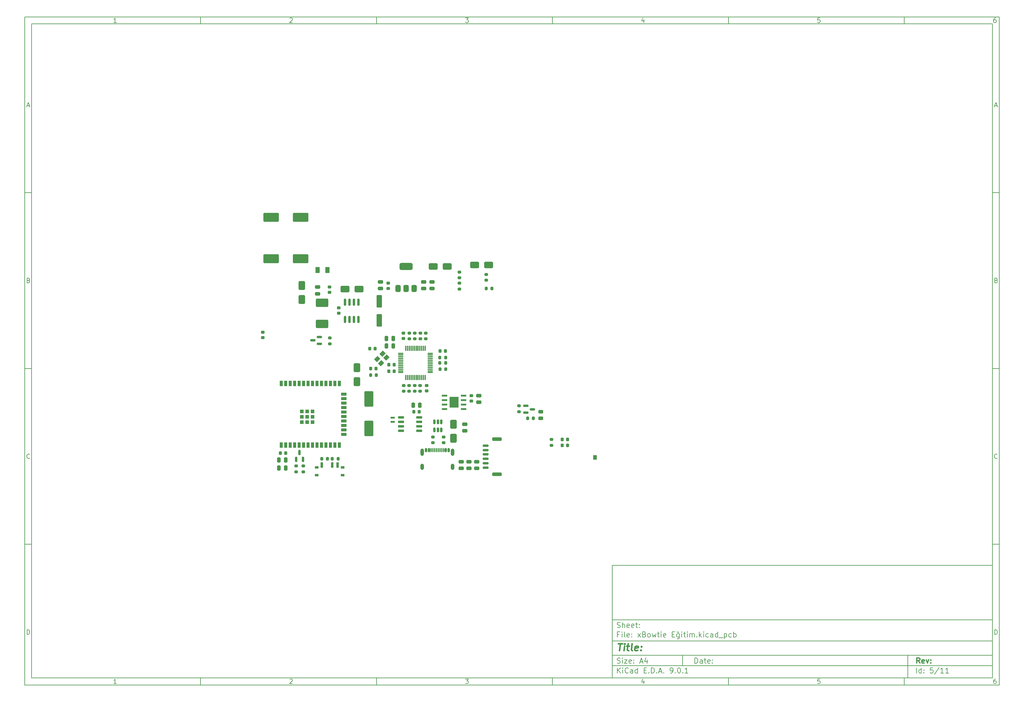
<source format=gtp>
%TF.GenerationSoftware,KiCad,Pcbnew,9.0.1*%
%TF.CreationDate,2025-04-08T16:08:48+03:00*%
%TF.ProjectId,xBowtie E_itim,78426f77-7469-4652-9045-1f6974696d2e,rev?*%
%TF.SameCoordinates,Original*%
%TF.FileFunction,Paste,Top*%
%TF.FilePolarity,Positive*%
%FSLAX46Y46*%
G04 Gerber Fmt 4.6, Leading zero omitted, Abs format (unit mm)*
G04 Created by KiCad (PCBNEW 9.0.1) date 2025-04-08 16:08:48*
%MOMM*%
%LPD*%
G01*
G04 APERTURE LIST*
G04 Aperture macros list*
%AMRoundRect*
0 Rectangle with rounded corners*
0 $1 Rounding radius*
0 $2 $3 $4 $5 $6 $7 $8 $9 X,Y pos of 4 corners*
0 Add a 4 corners polygon primitive as box body*
4,1,4,$2,$3,$4,$5,$6,$7,$8,$9,$2,$3,0*
0 Add four circle primitives for the rounded corners*
1,1,$1+$1,$2,$3*
1,1,$1+$1,$4,$5*
1,1,$1+$1,$6,$7*
1,1,$1+$1,$8,$9*
0 Add four rect primitives between the rounded corners*
20,1,$1+$1,$2,$3,$4,$5,0*
20,1,$1+$1,$4,$5,$6,$7,0*
20,1,$1+$1,$6,$7,$8,$9,0*
20,1,$1+$1,$8,$9,$2,$3,0*%
%AMRotRect*
0 Rectangle, with rotation*
0 The origin of the aperture is its center*
0 $1 length*
0 $2 width*
0 $3 Rotation angle, in degrees counterclockwise*
0 Add horizontal line*
21,1,$1,$2,0,0,$3*%
G04 Aperture macros list end*
%ADD10C,0.100000*%
%ADD11C,0.150000*%
%ADD12C,0.300000*%
%ADD13C,0.400000*%
%ADD14RoundRect,0.250000X-1.000000X1.950000X-1.000000X-1.950000X1.000000X-1.950000X1.000000X1.950000X0*%
%ADD15RoundRect,0.225000X0.225000X0.250000X-0.225000X0.250000X-0.225000X-0.250000X0.225000X-0.250000X0*%
%ADD16RoundRect,0.200000X0.200000X0.275000X-0.200000X0.275000X-0.200000X-0.275000X0.200000X-0.275000X0*%
%ADD17RoundRect,0.250000X0.550000X-1.500000X0.550000X1.500000X-0.550000X1.500000X-0.550000X-1.500000X0*%
%ADD18RoundRect,0.200000X-0.275000X0.200000X-0.275000X-0.200000X0.275000X-0.200000X0.275000X0.200000X0*%
%ADD19RoundRect,0.250000X0.250000X0.475000X-0.250000X0.475000X-0.250000X-0.475000X0.250000X-0.475000X0*%
%ADD20RoundRect,0.200000X0.275000X-0.200000X0.275000X0.200000X-0.275000X0.200000X-0.275000X-0.200000X0*%
%ADD21RoundRect,0.150000X0.700000X-0.150000X0.700000X0.150000X-0.700000X0.150000X-0.700000X-0.150000X0*%
%ADD22RoundRect,0.250000X1.100000X-0.250000X1.100000X0.250000X-1.100000X0.250000X-1.100000X-0.250000X0*%
%ADD23RoundRect,0.250000X-0.475000X0.250000X-0.475000X-0.250000X0.475000X-0.250000X0.475000X0.250000X0*%
%ADD24RoundRect,0.250000X0.375000X0.625000X-0.375000X0.625000X-0.375000X-0.625000X0.375000X-0.625000X0*%
%ADD25RoundRect,0.250000X0.475000X-0.250000X0.475000X0.250000X-0.475000X0.250000X-0.475000X-0.250000X0*%
%ADD26RoundRect,0.225000X-0.225000X-0.250000X0.225000X-0.250000X0.225000X0.250000X-0.225000X0.250000X0*%
%ADD27RoundRect,0.150000X-0.725000X-0.150000X0.725000X-0.150000X0.725000X0.150000X-0.725000X0.150000X0*%
%ADD28RoundRect,0.250000X1.000000X0.650000X-1.000000X0.650000X-1.000000X-0.650000X1.000000X-0.650000X0*%
%ADD29RoundRect,0.375000X0.375000X-0.625000X0.375000X0.625000X-0.375000X0.625000X-0.375000X-0.625000X0*%
%ADD30RoundRect,0.500000X1.400000X-0.500000X1.400000X0.500000X-1.400000X0.500000X-1.400000X-0.500000X0*%
%ADD31R,2.600000X3.100000*%
%ADD32R,1.550000X0.600000*%
%ADD33RoundRect,0.243750X-0.456250X0.243750X-0.456250X-0.243750X0.456250X-0.243750X0.456250X0.243750X0*%
%ADD34RoundRect,0.250000X-0.650000X1.000000X-0.650000X-1.000000X0.650000X-1.000000X0.650000X1.000000X0*%
%ADD35RoundRect,0.150000X0.587500X0.150000X-0.587500X0.150000X-0.587500X-0.150000X0.587500X-0.150000X0*%
%ADD36RoundRect,0.150000X0.150000X-0.587500X0.150000X0.587500X-0.150000X0.587500X-0.150000X-0.587500X0*%
%ADD37R,1.000000X0.800000*%
%ADD38R,0.700000X1.500000*%
%ADD39RoundRect,0.150000X-0.587500X-0.150000X0.587500X-0.150000X0.587500X0.150000X-0.587500X0.150000X0*%
%ADD40RoundRect,0.225000X-0.250000X0.225000X-0.250000X-0.225000X0.250000X-0.225000X0.250000X0.225000X0*%
%ADD41RoundRect,0.250000X-1.000000X-0.650000X1.000000X-0.650000X1.000000X0.650000X-1.000000X0.650000X0*%
%ADD42R,1.200000X0.600000*%
%ADD43RoundRect,0.075000X-0.662500X-0.075000X0.662500X-0.075000X0.662500X0.075000X-0.662500X0.075000X0*%
%ADD44RoundRect,0.075000X-0.075000X-0.662500X0.075000X-0.662500X0.075000X0.662500X-0.075000X0.662500X0*%
%ADD45RoundRect,0.225000X0.250000X-0.225000X0.250000X0.225000X-0.250000X0.225000X-0.250000X-0.225000X0*%
%ADD46RoundRect,0.150000X0.150000X-0.825000X0.150000X0.825000X-0.150000X0.825000X-0.150000X-0.825000X0*%
%ADD47RoundRect,0.200000X-0.200000X-0.275000X0.200000X-0.275000X0.200000X0.275000X-0.200000X0.275000X0*%
%ADD48RoundRect,0.250000X-1.500000X0.925000X-1.500000X-0.925000X1.500000X-0.925000X1.500000X0.925000X0*%
%ADD49RoundRect,0.250000X0.650000X-1.000000X0.650000X1.000000X-0.650000X1.000000X-0.650000X-1.000000X0*%
%ADD50RoundRect,0.150000X-0.150000X0.512500X-0.150000X-0.512500X0.150000X-0.512500X0.150000X0.512500X0*%
%ADD51R,0.900000X1.500000*%
%ADD52R,1.500000X0.900000*%
%ADD53R,1.050000X1.050000*%
%ADD54RoundRect,0.250000X1.950000X1.000000X-1.950000X1.000000X-1.950000X-1.000000X1.950000X-1.000000X0*%
%ADD55RoundRect,0.150000X-0.150000X-0.425000X0.150000X-0.425000X0.150000X0.425000X-0.150000X0.425000X0*%
%ADD56RoundRect,0.075000X-0.075000X-0.500000X0.075000X-0.500000X0.075000X0.500000X-0.075000X0.500000X0*%
%ADD57O,1.000000X2.100000*%
%ADD58O,1.000000X1.800000*%
%ADD59RotRect,1.400000X1.150000X45.000000*%
G04 APERTURE END LIST*
D10*
D11*
X177002200Y-166007200D02*
X285002200Y-166007200D01*
X285002200Y-198007200D01*
X177002200Y-198007200D01*
X177002200Y-166007200D01*
D10*
D11*
X10000000Y-10000000D02*
X287002200Y-10000000D01*
X287002200Y-200007200D01*
X10000000Y-200007200D01*
X10000000Y-10000000D01*
D10*
D11*
X12000000Y-12000000D02*
X285002200Y-12000000D01*
X285002200Y-198007200D01*
X12000000Y-198007200D01*
X12000000Y-12000000D01*
D10*
D11*
X60000000Y-12000000D02*
X60000000Y-10000000D01*
D10*
D11*
X110000000Y-12000000D02*
X110000000Y-10000000D01*
D10*
D11*
X160000000Y-12000000D02*
X160000000Y-10000000D01*
D10*
D11*
X210000000Y-12000000D02*
X210000000Y-10000000D01*
D10*
D11*
X260000000Y-12000000D02*
X260000000Y-10000000D01*
D10*
D11*
X36089160Y-11593604D02*
X35346303Y-11593604D01*
X35717731Y-11593604D02*
X35717731Y-10293604D01*
X35717731Y-10293604D02*
X35593922Y-10479319D01*
X35593922Y-10479319D02*
X35470112Y-10603128D01*
X35470112Y-10603128D02*
X35346303Y-10665033D01*
D10*
D11*
X85346303Y-10417414D02*
X85408207Y-10355509D01*
X85408207Y-10355509D02*
X85532017Y-10293604D01*
X85532017Y-10293604D02*
X85841541Y-10293604D01*
X85841541Y-10293604D02*
X85965350Y-10355509D01*
X85965350Y-10355509D02*
X86027255Y-10417414D01*
X86027255Y-10417414D02*
X86089160Y-10541223D01*
X86089160Y-10541223D02*
X86089160Y-10665033D01*
X86089160Y-10665033D02*
X86027255Y-10850747D01*
X86027255Y-10850747D02*
X85284398Y-11593604D01*
X85284398Y-11593604D02*
X86089160Y-11593604D01*
D10*
D11*
X135284398Y-10293604D02*
X136089160Y-10293604D01*
X136089160Y-10293604D02*
X135655826Y-10788842D01*
X135655826Y-10788842D02*
X135841541Y-10788842D01*
X135841541Y-10788842D02*
X135965350Y-10850747D01*
X135965350Y-10850747D02*
X136027255Y-10912652D01*
X136027255Y-10912652D02*
X136089160Y-11036461D01*
X136089160Y-11036461D02*
X136089160Y-11345985D01*
X136089160Y-11345985D02*
X136027255Y-11469795D01*
X136027255Y-11469795D02*
X135965350Y-11531700D01*
X135965350Y-11531700D02*
X135841541Y-11593604D01*
X135841541Y-11593604D02*
X135470112Y-11593604D01*
X135470112Y-11593604D02*
X135346303Y-11531700D01*
X135346303Y-11531700D02*
X135284398Y-11469795D01*
D10*
D11*
X185965350Y-10726938D02*
X185965350Y-11593604D01*
X185655826Y-10231700D02*
X185346303Y-11160271D01*
X185346303Y-11160271D02*
X186151064Y-11160271D01*
D10*
D11*
X236027255Y-10293604D02*
X235408207Y-10293604D01*
X235408207Y-10293604D02*
X235346303Y-10912652D01*
X235346303Y-10912652D02*
X235408207Y-10850747D01*
X235408207Y-10850747D02*
X235532017Y-10788842D01*
X235532017Y-10788842D02*
X235841541Y-10788842D01*
X235841541Y-10788842D02*
X235965350Y-10850747D01*
X235965350Y-10850747D02*
X236027255Y-10912652D01*
X236027255Y-10912652D02*
X236089160Y-11036461D01*
X236089160Y-11036461D02*
X236089160Y-11345985D01*
X236089160Y-11345985D02*
X236027255Y-11469795D01*
X236027255Y-11469795D02*
X235965350Y-11531700D01*
X235965350Y-11531700D02*
X235841541Y-11593604D01*
X235841541Y-11593604D02*
X235532017Y-11593604D01*
X235532017Y-11593604D02*
X235408207Y-11531700D01*
X235408207Y-11531700D02*
X235346303Y-11469795D01*
D10*
D11*
X285965350Y-10293604D02*
X285717731Y-10293604D01*
X285717731Y-10293604D02*
X285593922Y-10355509D01*
X285593922Y-10355509D02*
X285532017Y-10417414D01*
X285532017Y-10417414D02*
X285408207Y-10603128D01*
X285408207Y-10603128D02*
X285346303Y-10850747D01*
X285346303Y-10850747D02*
X285346303Y-11345985D01*
X285346303Y-11345985D02*
X285408207Y-11469795D01*
X285408207Y-11469795D02*
X285470112Y-11531700D01*
X285470112Y-11531700D02*
X285593922Y-11593604D01*
X285593922Y-11593604D02*
X285841541Y-11593604D01*
X285841541Y-11593604D02*
X285965350Y-11531700D01*
X285965350Y-11531700D02*
X286027255Y-11469795D01*
X286027255Y-11469795D02*
X286089160Y-11345985D01*
X286089160Y-11345985D02*
X286089160Y-11036461D01*
X286089160Y-11036461D02*
X286027255Y-10912652D01*
X286027255Y-10912652D02*
X285965350Y-10850747D01*
X285965350Y-10850747D02*
X285841541Y-10788842D01*
X285841541Y-10788842D02*
X285593922Y-10788842D01*
X285593922Y-10788842D02*
X285470112Y-10850747D01*
X285470112Y-10850747D02*
X285408207Y-10912652D01*
X285408207Y-10912652D02*
X285346303Y-11036461D01*
D10*
D11*
X60000000Y-198007200D02*
X60000000Y-200007200D01*
D10*
D11*
X110000000Y-198007200D02*
X110000000Y-200007200D01*
D10*
D11*
X160000000Y-198007200D02*
X160000000Y-200007200D01*
D10*
D11*
X210000000Y-198007200D02*
X210000000Y-200007200D01*
D10*
D11*
X260000000Y-198007200D02*
X260000000Y-200007200D01*
D10*
D11*
X36089160Y-199600804D02*
X35346303Y-199600804D01*
X35717731Y-199600804D02*
X35717731Y-198300804D01*
X35717731Y-198300804D02*
X35593922Y-198486519D01*
X35593922Y-198486519D02*
X35470112Y-198610328D01*
X35470112Y-198610328D02*
X35346303Y-198672233D01*
D10*
D11*
X85346303Y-198424614D02*
X85408207Y-198362709D01*
X85408207Y-198362709D02*
X85532017Y-198300804D01*
X85532017Y-198300804D02*
X85841541Y-198300804D01*
X85841541Y-198300804D02*
X85965350Y-198362709D01*
X85965350Y-198362709D02*
X86027255Y-198424614D01*
X86027255Y-198424614D02*
X86089160Y-198548423D01*
X86089160Y-198548423D02*
X86089160Y-198672233D01*
X86089160Y-198672233D02*
X86027255Y-198857947D01*
X86027255Y-198857947D02*
X85284398Y-199600804D01*
X85284398Y-199600804D02*
X86089160Y-199600804D01*
D10*
D11*
X135284398Y-198300804D02*
X136089160Y-198300804D01*
X136089160Y-198300804D02*
X135655826Y-198796042D01*
X135655826Y-198796042D02*
X135841541Y-198796042D01*
X135841541Y-198796042D02*
X135965350Y-198857947D01*
X135965350Y-198857947D02*
X136027255Y-198919852D01*
X136027255Y-198919852D02*
X136089160Y-199043661D01*
X136089160Y-199043661D02*
X136089160Y-199353185D01*
X136089160Y-199353185D02*
X136027255Y-199476995D01*
X136027255Y-199476995D02*
X135965350Y-199538900D01*
X135965350Y-199538900D02*
X135841541Y-199600804D01*
X135841541Y-199600804D02*
X135470112Y-199600804D01*
X135470112Y-199600804D02*
X135346303Y-199538900D01*
X135346303Y-199538900D02*
X135284398Y-199476995D01*
D10*
D11*
X185965350Y-198734138D02*
X185965350Y-199600804D01*
X185655826Y-198238900D02*
X185346303Y-199167471D01*
X185346303Y-199167471D02*
X186151064Y-199167471D01*
D10*
D11*
X236027255Y-198300804D02*
X235408207Y-198300804D01*
X235408207Y-198300804D02*
X235346303Y-198919852D01*
X235346303Y-198919852D02*
X235408207Y-198857947D01*
X235408207Y-198857947D02*
X235532017Y-198796042D01*
X235532017Y-198796042D02*
X235841541Y-198796042D01*
X235841541Y-198796042D02*
X235965350Y-198857947D01*
X235965350Y-198857947D02*
X236027255Y-198919852D01*
X236027255Y-198919852D02*
X236089160Y-199043661D01*
X236089160Y-199043661D02*
X236089160Y-199353185D01*
X236089160Y-199353185D02*
X236027255Y-199476995D01*
X236027255Y-199476995D02*
X235965350Y-199538900D01*
X235965350Y-199538900D02*
X235841541Y-199600804D01*
X235841541Y-199600804D02*
X235532017Y-199600804D01*
X235532017Y-199600804D02*
X235408207Y-199538900D01*
X235408207Y-199538900D02*
X235346303Y-199476995D01*
D10*
D11*
X285965350Y-198300804D02*
X285717731Y-198300804D01*
X285717731Y-198300804D02*
X285593922Y-198362709D01*
X285593922Y-198362709D02*
X285532017Y-198424614D01*
X285532017Y-198424614D02*
X285408207Y-198610328D01*
X285408207Y-198610328D02*
X285346303Y-198857947D01*
X285346303Y-198857947D02*
X285346303Y-199353185D01*
X285346303Y-199353185D02*
X285408207Y-199476995D01*
X285408207Y-199476995D02*
X285470112Y-199538900D01*
X285470112Y-199538900D02*
X285593922Y-199600804D01*
X285593922Y-199600804D02*
X285841541Y-199600804D01*
X285841541Y-199600804D02*
X285965350Y-199538900D01*
X285965350Y-199538900D02*
X286027255Y-199476995D01*
X286027255Y-199476995D02*
X286089160Y-199353185D01*
X286089160Y-199353185D02*
X286089160Y-199043661D01*
X286089160Y-199043661D02*
X286027255Y-198919852D01*
X286027255Y-198919852D02*
X285965350Y-198857947D01*
X285965350Y-198857947D02*
X285841541Y-198796042D01*
X285841541Y-198796042D02*
X285593922Y-198796042D01*
X285593922Y-198796042D02*
X285470112Y-198857947D01*
X285470112Y-198857947D02*
X285408207Y-198919852D01*
X285408207Y-198919852D02*
X285346303Y-199043661D01*
D10*
D11*
X10000000Y-60000000D02*
X12000000Y-60000000D01*
D10*
D11*
X10000000Y-110000000D02*
X12000000Y-110000000D01*
D10*
D11*
X10000000Y-160000000D02*
X12000000Y-160000000D01*
D10*
D11*
X10690476Y-35222176D02*
X11309523Y-35222176D01*
X10566666Y-35593604D02*
X10999999Y-34293604D01*
X10999999Y-34293604D02*
X11433333Y-35593604D01*
D10*
D11*
X11092857Y-84912652D02*
X11278571Y-84974557D01*
X11278571Y-84974557D02*
X11340476Y-85036461D01*
X11340476Y-85036461D02*
X11402380Y-85160271D01*
X11402380Y-85160271D02*
X11402380Y-85345985D01*
X11402380Y-85345985D02*
X11340476Y-85469795D01*
X11340476Y-85469795D02*
X11278571Y-85531700D01*
X11278571Y-85531700D02*
X11154761Y-85593604D01*
X11154761Y-85593604D02*
X10659523Y-85593604D01*
X10659523Y-85593604D02*
X10659523Y-84293604D01*
X10659523Y-84293604D02*
X11092857Y-84293604D01*
X11092857Y-84293604D02*
X11216666Y-84355509D01*
X11216666Y-84355509D02*
X11278571Y-84417414D01*
X11278571Y-84417414D02*
X11340476Y-84541223D01*
X11340476Y-84541223D02*
X11340476Y-84665033D01*
X11340476Y-84665033D02*
X11278571Y-84788842D01*
X11278571Y-84788842D02*
X11216666Y-84850747D01*
X11216666Y-84850747D02*
X11092857Y-84912652D01*
X11092857Y-84912652D02*
X10659523Y-84912652D01*
D10*
D11*
X11402380Y-135469795D02*
X11340476Y-135531700D01*
X11340476Y-135531700D02*
X11154761Y-135593604D01*
X11154761Y-135593604D02*
X11030952Y-135593604D01*
X11030952Y-135593604D02*
X10845238Y-135531700D01*
X10845238Y-135531700D02*
X10721428Y-135407890D01*
X10721428Y-135407890D02*
X10659523Y-135284080D01*
X10659523Y-135284080D02*
X10597619Y-135036461D01*
X10597619Y-135036461D02*
X10597619Y-134850747D01*
X10597619Y-134850747D02*
X10659523Y-134603128D01*
X10659523Y-134603128D02*
X10721428Y-134479319D01*
X10721428Y-134479319D02*
X10845238Y-134355509D01*
X10845238Y-134355509D02*
X11030952Y-134293604D01*
X11030952Y-134293604D02*
X11154761Y-134293604D01*
X11154761Y-134293604D02*
X11340476Y-134355509D01*
X11340476Y-134355509D02*
X11402380Y-134417414D01*
D10*
D11*
X10659523Y-185593604D02*
X10659523Y-184293604D01*
X10659523Y-184293604D02*
X10969047Y-184293604D01*
X10969047Y-184293604D02*
X11154761Y-184355509D01*
X11154761Y-184355509D02*
X11278571Y-184479319D01*
X11278571Y-184479319D02*
X11340476Y-184603128D01*
X11340476Y-184603128D02*
X11402380Y-184850747D01*
X11402380Y-184850747D02*
X11402380Y-185036461D01*
X11402380Y-185036461D02*
X11340476Y-185284080D01*
X11340476Y-185284080D02*
X11278571Y-185407890D01*
X11278571Y-185407890D02*
X11154761Y-185531700D01*
X11154761Y-185531700D02*
X10969047Y-185593604D01*
X10969047Y-185593604D02*
X10659523Y-185593604D01*
D10*
D11*
X287002200Y-60000000D02*
X285002200Y-60000000D01*
D10*
D11*
X287002200Y-110000000D02*
X285002200Y-110000000D01*
D10*
D11*
X287002200Y-160000000D02*
X285002200Y-160000000D01*
D10*
D11*
X285692676Y-35222176D02*
X286311723Y-35222176D01*
X285568866Y-35593604D02*
X286002199Y-34293604D01*
X286002199Y-34293604D02*
X286435533Y-35593604D01*
D10*
D11*
X286095057Y-84912652D02*
X286280771Y-84974557D01*
X286280771Y-84974557D02*
X286342676Y-85036461D01*
X286342676Y-85036461D02*
X286404580Y-85160271D01*
X286404580Y-85160271D02*
X286404580Y-85345985D01*
X286404580Y-85345985D02*
X286342676Y-85469795D01*
X286342676Y-85469795D02*
X286280771Y-85531700D01*
X286280771Y-85531700D02*
X286156961Y-85593604D01*
X286156961Y-85593604D02*
X285661723Y-85593604D01*
X285661723Y-85593604D02*
X285661723Y-84293604D01*
X285661723Y-84293604D02*
X286095057Y-84293604D01*
X286095057Y-84293604D02*
X286218866Y-84355509D01*
X286218866Y-84355509D02*
X286280771Y-84417414D01*
X286280771Y-84417414D02*
X286342676Y-84541223D01*
X286342676Y-84541223D02*
X286342676Y-84665033D01*
X286342676Y-84665033D02*
X286280771Y-84788842D01*
X286280771Y-84788842D02*
X286218866Y-84850747D01*
X286218866Y-84850747D02*
X286095057Y-84912652D01*
X286095057Y-84912652D02*
X285661723Y-84912652D01*
D10*
D11*
X286404580Y-135469795D02*
X286342676Y-135531700D01*
X286342676Y-135531700D02*
X286156961Y-135593604D01*
X286156961Y-135593604D02*
X286033152Y-135593604D01*
X286033152Y-135593604D02*
X285847438Y-135531700D01*
X285847438Y-135531700D02*
X285723628Y-135407890D01*
X285723628Y-135407890D02*
X285661723Y-135284080D01*
X285661723Y-135284080D02*
X285599819Y-135036461D01*
X285599819Y-135036461D02*
X285599819Y-134850747D01*
X285599819Y-134850747D02*
X285661723Y-134603128D01*
X285661723Y-134603128D02*
X285723628Y-134479319D01*
X285723628Y-134479319D02*
X285847438Y-134355509D01*
X285847438Y-134355509D02*
X286033152Y-134293604D01*
X286033152Y-134293604D02*
X286156961Y-134293604D01*
X286156961Y-134293604D02*
X286342676Y-134355509D01*
X286342676Y-134355509D02*
X286404580Y-134417414D01*
D10*
D11*
X285661723Y-185593604D02*
X285661723Y-184293604D01*
X285661723Y-184293604D02*
X285971247Y-184293604D01*
X285971247Y-184293604D02*
X286156961Y-184355509D01*
X286156961Y-184355509D02*
X286280771Y-184479319D01*
X286280771Y-184479319D02*
X286342676Y-184603128D01*
X286342676Y-184603128D02*
X286404580Y-184850747D01*
X286404580Y-184850747D02*
X286404580Y-185036461D01*
X286404580Y-185036461D02*
X286342676Y-185284080D01*
X286342676Y-185284080D02*
X286280771Y-185407890D01*
X286280771Y-185407890D02*
X286156961Y-185531700D01*
X286156961Y-185531700D02*
X285971247Y-185593604D01*
X285971247Y-185593604D02*
X285661723Y-185593604D01*
D10*
D11*
X200458026Y-193793328D02*
X200458026Y-192293328D01*
X200458026Y-192293328D02*
X200815169Y-192293328D01*
X200815169Y-192293328D02*
X201029455Y-192364757D01*
X201029455Y-192364757D02*
X201172312Y-192507614D01*
X201172312Y-192507614D02*
X201243741Y-192650471D01*
X201243741Y-192650471D02*
X201315169Y-192936185D01*
X201315169Y-192936185D02*
X201315169Y-193150471D01*
X201315169Y-193150471D02*
X201243741Y-193436185D01*
X201243741Y-193436185D02*
X201172312Y-193579042D01*
X201172312Y-193579042D02*
X201029455Y-193721900D01*
X201029455Y-193721900D02*
X200815169Y-193793328D01*
X200815169Y-193793328D02*
X200458026Y-193793328D01*
X202600884Y-193793328D02*
X202600884Y-193007614D01*
X202600884Y-193007614D02*
X202529455Y-192864757D01*
X202529455Y-192864757D02*
X202386598Y-192793328D01*
X202386598Y-192793328D02*
X202100884Y-192793328D01*
X202100884Y-192793328D02*
X201958026Y-192864757D01*
X202600884Y-193721900D02*
X202458026Y-193793328D01*
X202458026Y-193793328D02*
X202100884Y-193793328D01*
X202100884Y-193793328D02*
X201958026Y-193721900D01*
X201958026Y-193721900D02*
X201886598Y-193579042D01*
X201886598Y-193579042D02*
X201886598Y-193436185D01*
X201886598Y-193436185D02*
X201958026Y-193293328D01*
X201958026Y-193293328D02*
X202100884Y-193221900D01*
X202100884Y-193221900D02*
X202458026Y-193221900D01*
X202458026Y-193221900D02*
X202600884Y-193150471D01*
X203100884Y-192793328D02*
X203672312Y-192793328D01*
X203315169Y-192293328D02*
X203315169Y-193579042D01*
X203315169Y-193579042D02*
X203386598Y-193721900D01*
X203386598Y-193721900D02*
X203529455Y-193793328D01*
X203529455Y-193793328D02*
X203672312Y-193793328D01*
X204743741Y-193721900D02*
X204600884Y-193793328D01*
X204600884Y-193793328D02*
X204315170Y-193793328D01*
X204315170Y-193793328D02*
X204172312Y-193721900D01*
X204172312Y-193721900D02*
X204100884Y-193579042D01*
X204100884Y-193579042D02*
X204100884Y-193007614D01*
X204100884Y-193007614D02*
X204172312Y-192864757D01*
X204172312Y-192864757D02*
X204315170Y-192793328D01*
X204315170Y-192793328D02*
X204600884Y-192793328D01*
X204600884Y-192793328D02*
X204743741Y-192864757D01*
X204743741Y-192864757D02*
X204815170Y-193007614D01*
X204815170Y-193007614D02*
X204815170Y-193150471D01*
X204815170Y-193150471D02*
X204100884Y-193293328D01*
X205458026Y-193650471D02*
X205529455Y-193721900D01*
X205529455Y-193721900D02*
X205458026Y-193793328D01*
X205458026Y-193793328D02*
X205386598Y-193721900D01*
X205386598Y-193721900D02*
X205458026Y-193650471D01*
X205458026Y-193650471D02*
X205458026Y-193793328D01*
X205458026Y-192864757D02*
X205529455Y-192936185D01*
X205529455Y-192936185D02*
X205458026Y-193007614D01*
X205458026Y-193007614D02*
X205386598Y-192936185D01*
X205386598Y-192936185D02*
X205458026Y-192864757D01*
X205458026Y-192864757D02*
X205458026Y-193007614D01*
D10*
D11*
X177002200Y-194507200D02*
X285002200Y-194507200D01*
D10*
D11*
X178458026Y-196593328D02*
X178458026Y-195093328D01*
X179315169Y-196593328D02*
X178672312Y-195736185D01*
X179315169Y-195093328D02*
X178458026Y-195950471D01*
X179958026Y-196593328D02*
X179958026Y-195593328D01*
X179958026Y-195093328D02*
X179886598Y-195164757D01*
X179886598Y-195164757D02*
X179958026Y-195236185D01*
X179958026Y-195236185D02*
X180029455Y-195164757D01*
X180029455Y-195164757D02*
X179958026Y-195093328D01*
X179958026Y-195093328D02*
X179958026Y-195236185D01*
X181529455Y-196450471D02*
X181458027Y-196521900D01*
X181458027Y-196521900D02*
X181243741Y-196593328D01*
X181243741Y-196593328D02*
X181100884Y-196593328D01*
X181100884Y-196593328D02*
X180886598Y-196521900D01*
X180886598Y-196521900D02*
X180743741Y-196379042D01*
X180743741Y-196379042D02*
X180672312Y-196236185D01*
X180672312Y-196236185D02*
X180600884Y-195950471D01*
X180600884Y-195950471D02*
X180600884Y-195736185D01*
X180600884Y-195736185D02*
X180672312Y-195450471D01*
X180672312Y-195450471D02*
X180743741Y-195307614D01*
X180743741Y-195307614D02*
X180886598Y-195164757D01*
X180886598Y-195164757D02*
X181100884Y-195093328D01*
X181100884Y-195093328D02*
X181243741Y-195093328D01*
X181243741Y-195093328D02*
X181458027Y-195164757D01*
X181458027Y-195164757D02*
X181529455Y-195236185D01*
X182815170Y-196593328D02*
X182815170Y-195807614D01*
X182815170Y-195807614D02*
X182743741Y-195664757D01*
X182743741Y-195664757D02*
X182600884Y-195593328D01*
X182600884Y-195593328D02*
X182315170Y-195593328D01*
X182315170Y-195593328D02*
X182172312Y-195664757D01*
X182815170Y-196521900D02*
X182672312Y-196593328D01*
X182672312Y-196593328D02*
X182315170Y-196593328D01*
X182315170Y-196593328D02*
X182172312Y-196521900D01*
X182172312Y-196521900D02*
X182100884Y-196379042D01*
X182100884Y-196379042D02*
X182100884Y-196236185D01*
X182100884Y-196236185D02*
X182172312Y-196093328D01*
X182172312Y-196093328D02*
X182315170Y-196021900D01*
X182315170Y-196021900D02*
X182672312Y-196021900D01*
X182672312Y-196021900D02*
X182815170Y-195950471D01*
X184172313Y-196593328D02*
X184172313Y-195093328D01*
X184172313Y-196521900D02*
X184029455Y-196593328D01*
X184029455Y-196593328D02*
X183743741Y-196593328D01*
X183743741Y-196593328D02*
X183600884Y-196521900D01*
X183600884Y-196521900D02*
X183529455Y-196450471D01*
X183529455Y-196450471D02*
X183458027Y-196307614D01*
X183458027Y-196307614D02*
X183458027Y-195879042D01*
X183458027Y-195879042D02*
X183529455Y-195736185D01*
X183529455Y-195736185D02*
X183600884Y-195664757D01*
X183600884Y-195664757D02*
X183743741Y-195593328D01*
X183743741Y-195593328D02*
X184029455Y-195593328D01*
X184029455Y-195593328D02*
X184172313Y-195664757D01*
X186029455Y-195807614D02*
X186529455Y-195807614D01*
X186743741Y-196593328D02*
X186029455Y-196593328D01*
X186029455Y-196593328D02*
X186029455Y-195093328D01*
X186029455Y-195093328D02*
X186743741Y-195093328D01*
X187386598Y-196450471D02*
X187458027Y-196521900D01*
X187458027Y-196521900D02*
X187386598Y-196593328D01*
X187386598Y-196593328D02*
X187315170Y-196521900D01*
X187315170Y-196521900D02*
X187386598Y-196450471D01*
X187386598Y-196450471D02*
X187386598Y-196593328D01*
X188100884Y-196593328D02*
X188100884Y-195093328D01*
X188100884Y-195093328D02*
X188458027Y-195093328D01*
X188458027Y-195093328D02*
X188672313Y-195164757D01*
X188672313Y-195164757D02*
X188815170Y-195307614D01*
X188815170Y-195307614D02*
X188886599Y-195450471D01*
X188886599Y-195450471D02*
X188958027Y-195736185D01*
X188958027Y-195736185D02*
X188958027Y-195950471D01*
X188958027Y-195950471D02*
X188886599Y-196236185D01*
X188886599Y-196236185D02*
X188815170Y-196379042D01*
X188815170Y-196379042D02*
X188672313Y-196521900D01*
X188672313Y-196521900D02*
X188458027Y-196593328D01*
X188458027Y-196593328D02*
X188100884Y-196593328D01*
X189600884Y-196450471D02*
X189672313Y-196521900D01*
X189672313Y-196521900D02*
X189600884Y-196593328D01*
X189600884Y-196593328D02*
X189529456Y-196521900D01*
X189529456Y-196521900D02*
X189600884Y-196450471D01*
X189600884Y-196450471D02*
X189600884Y-196593328D01*
X190243742Y-196164757D02*
X190958028Y-196164757D01*
X190100885Y-196593328D02*
X190600885Y-195093328D01*
X190600885Y-195093328D02*
X191100885Y-196593328D01*
X191600884Y-196450471D02*
X191672313Y-196521900D01*
X191672313Y-196521900D02*
X191600884Y-196593328D01*
X191600884Y-196593328D02*
X191529456Y-196521900D01*
X191529456Y-196521900D02*
X191600884Y-196450471D01*
X191600884Y-196450471D02*
X191600884Y-196593328D01*
X193529456Y-196593328D02*
X193815170Y-196593328D01*
X193815170Y-196593328D02*
X193958027Y-196521900D01*
X193958027Y-196521900D02*
X194029456Y-196450471D01*
X194029456Y-196450471D02*
X194172313Y-196236185D01*
X194172313Y-196236185D02*
X194243742Y-195950471D01*
X194243742Y-195950471D02*
X194243742Y-195379042D01*
X194243742Y-195379042D02*
X194172313Y-195236185D01*
X194172313Y-195236185D02*
X194100885Y-195164757D01*
X194100885Y-195164757D02*
X193958027Y-195093328D01*
X193958027Y-195093328D02*
X193672313Y-195093328D01*
X193672313Y-195093328D02*
X193529456Y-195164757D01*
X193529456Y-195164757D02*
X193458027Y-195236185D01*
X193458027Y-195236185D02*
X193386599Y-195379042D01*
X193386599Y-195379042D02*
X193386599Y-195736185D01*
X193386599Y-195736185D02*
X193458027Y-195879042D01*
X193458027Y-195879042D02*
X193529456Y-195950471D01*
X193529456Y-195950471D02*
X193672313Y-196021900D01*
X193672313Y-196021900D02*
X193958027Y-196021900D01*
X193958027Y-196021900D02*
X194100885Y-195950471D01*
X194100885Y-195950471D02*
X194172313Y-195879042D01*
X194172313Y-195879042D02*
X194243742Y-195736185D01*
X194886598Y-196450471D02*
X194958027Y-196521900D01*
X194958027Y-196521900D02*
X194886598Y-196593328D01*
X194886598Y-196593328D02*
X194815170Y-196521900D01*
X194815170Y-196521900D02*
X194886598Y-196450471D01*
X194886598Y-196450471D02*
X194886598Y-196593328D01*
X195886599Y-195093328D02*
X196029456Y-195093328D01*
X196029456Y-195093328D02*
X196172313Y-195164757D01*
X196172313Y-195164757D02*
X196243742Y-195236185D01*
X196243742Y-195236185D02*
X196315170Y-195379042D01*
X196315170Y-195379042D02*
X196386599Y-195664757D01*
X196386599Y-195664757D02*
X196386599Y-196021900D01*
X196386599Y-196021900D02*
X196315170Y-196307614D01*
X196315170Y-196307614D02*
X196243742Y-196450471D01*
X196243742Y-196450471D02*
X196172313Y-196521900D01*
X196172313Y-196521900D02*
X196029456Y-196593328D01*
X196029456Y-196593328D02*
X195886599Y-196593328D01*
X195886599Y-196593328D02*
X195743742Y-196521900D01*
X195743742Y-196521900D02*
X195672313Y-196450471D01*
X195672313Y-196450471D02*
X195600884Y-196307614D01*
X195600884Y-196307614D02*
X195529456Y-196021900D01*
X195529456Y-196021900D02*
X195529456Y-195664757D01*
X195529456Y-195664757D02*
X195600884Y-195379042D01*
X195600884Y-195379042D02*
X195672313Y-195236185D01*
X195672313Y-195236185D02*
X195743742Y-195164757D01*
X195743742Y-195164757D02*
X195886599Y-195093328D01*
X197029455Y-196450471D02*
X197100884Y-196521900D01*
X197100884Y-196521900D02*
X197029455Y-196593328D01*
X197029455Y-196593328D02*
X196958027Y-196521900D01*
X196958027Y-196521900D02*
X197029455Y-196450471D01*
X197029455Y-196450471D02*
X197029455Y-196593328D01*
X198529456Y-196593328D02*
X197672313Y-196593328D01*
X198100884Y-196593328D02*
X198100884Y-195093328D01*
X198100884Y-195093328D02*
X197958027Y-195307614D01*
X197958027Y-195307614D02*
X197815170Y-195450471D01*
X197815170Y-195450471D02*
X197672313Y-195521900D01*
D10*
D11*
X177002200Y-191507200D02*
X285002200Y-191507200D01*
D10*
D12*
X264413853Y-193785528D02*
X263913853Y-193071242D01*
X263556710Y-193785528D02*
X263556710Y-192285528D01*
X263556710Y-192285528D02*
X264128139Y-192285528D01*
X264128139Y-192285528D02*
X264270996Y-192356957D01*
X264270996Y-192356957D02*
X264342425Y-192428385D01*
X264342425Y-192428385D02*
X264413853Y-192571242D01*
X264413853Y-192571242D02*
X264413853Y-192785528D01*
X264413853Y-192785528D02*
X264342425Y-192928385D01*
X264342425Y-192928385D02*
X264270996Y-192999814D01*
X264270996Y-192999814D02*
X264128139Y-193071242D01*
X264128139Y-193071242D02*
X263556710Y-193071242D01*
X265628139Y-193714100D02*
X265485282Y-193785528D01*
X265485282Y-193785528D02*
X265199568Y-193785528D01*
X265199568Y-193785528D02*
X265056710Y-193714100D01*
X265056710Y-193714100D02*
X264985282Y-193571242D01*
X264985282Y-193571242D02*
X264985282Y-192999814D01*
X264985282Y-192999814D02*
X265056710Y-192856957D01*
X265056710Y-192856957D02*
X265199568Y-192785528D01*
X265199568Y-192785528D02*
X265485282Y-192785528D01*
X265485282Y-192785528D02*
X265628139Y-192856957D01*
X265628139Y-192856957D02*
X265699568Y-192999814D01*
X265699568Y-192999814D02*
X265699568Y-193142671D01*
X265699568Y-193142671D02*
X264985282Y-193285528D01*
X266199567Y-192785528D02*
X266556710Y-193785528D01*
X266556710Y-193785528D02*
X266913853Y-192785528D01*
X267485281Y-193642671D02*
X267556710Y-193714100D01*
X267556710Y-193714100D02*
X267485281Y-193785528D01*
X267485281Y-193785528D02*
X267413853Y-193714100D01*
X267413853Y-193714100D02*
X267485281Y-193642671D01*
X267485281Y-193642671D02*
X267485281Y-193785528D01*
X267485281Y-192856957D02*
X267556710Y-192928385D01*
X267556710Y-192928385D02*
X267485281Y-192999814D01*
X267485281Y-192999814D02*
X267413853Y-192928385D01*
X267413853Y-192928385D02*
X267485281Y-192856957D01*
X267485281Y-192856957D02*
X267485281Y-192999814D01*
D10*
D11*
X178386598Y-193721900D02*
X178600884Y-193793328D01*
X178600884Y-193793328D02*
X178958026Y-193793328D01*
X178958026Y-193793328D02*
X179100884Y-193721900D01*
X179100884Y-193721900D02*
X179172312Y-193650471D01*
X179172312Y-193650471D02*
X179243741Y-193507614D01*
X179243741Y-193507614D02*
X179243741Y-193364757D01*
X179243741Y-193364757D02*
X179172312Y-193221900D01*
X179172312Y-193221900D02*
X179100884Y-193150471D01*
X179100884Y-193150471D02*
X178958026Y-193079042D01*
X178958026Y-193079042D02*
X178672312Y-193007614D01*
X178672312Y-193007614D02*
X178529455Y-192936185D01*
X178529455Y-192936185D02*
X178458026Y-192864757D01*
X178458026Y-192864757D02*
X178386598Y-192721900D01*
X178386598Y-192721900D02*
X178386598Y-192579042D01*
X178386598Y-192579042D02*
X178458026Y-192436185D01*
X178458026Y-192436185D02*
X178529455Y-192364757D01*
X178529455Y-192364757D02*
X178672312Y-192293328D01*
X178672312Y-192293328D02*
X179029455Y-192293328D01*
X179029455Y-192293328D02*
X179243741Y-192364757D01*
X179886597Y-193793328D02*
X179886597Y-192793328D01*
X179886597Y-192293328D02*
X179815169Y-192364757D01*
X179815169Y-192364757D02*
X179886597Y-192436185D01*
X179886597Y-192436185D02*
X179958026Y-192364757D01*
X179958026Y-192364757D02*
X179886597Y-192293328D01*
X179886597Y-192293328D02*
X179886597Y-192436185D01*
X180458026Y-192793328D02*
X181243741Y-192793328D01*
X181243741Y-192793328D02*
X180458026Y-193793328D01*
X180458026Y-193793328D02*
X181243741Y-193793328D01*
X182386598Y-193721900D02*
X182243741Y-193793328D01*
X182243741Y-193793328D02*
X181958027Y-193793328D01*
X181958027Y-193793328D02*
X181815169Y-193721900D01*
X181815169Y-193721900D02*
X181743741Y-193579042D01*
X181743741Y-193579042D02*
X181743741Y-193007614D01*
X181743741Y-193007614D02*
X181815169Y-192864757D01*
X181815169Y-192864757D02*
X181958027Y-192793328D01*
X181958027Y-192793328D02*
X182243741Y-192793328D01*
X182243741Y-192793328D02*
X182386598Y-192864757D01*
X182386598Y-192864757D02*
X182458027Y-193007614D01*
X182458027Y-193007614D02*
X182458027Y-193150471D01*
X182458027Y-193150471D02*
X181743741Y-193293328D01*
X183100883Y-193650471D02*
X183172312Y-193721900D01*
X183172312Y-193721900D02*
X183100883Y-193793328D01*
X183100883Y-193793328D02*
X183029455Y-193721900D01*
X183029455Y-193721900D02*
X183100883Y-193650471D01*
X183100883Y-193650471D02*
X183100883Y-193793328D01*
X183100883Y-192864757D02*
X183172312Y-192936185D01*
X183172312Y-192936185D02*
X183100883Y-193007614D01*
X183100883Y-193007614D02*
X183029455Y-192936185D01*
X183029455Y-192936185D02*
X183100883Y-192864757D01*
X183100883Y-192864757D02*
X183100883Y-193007614D01*
X184886598Y-193364757D02*
X185600884Y-193364757D01*
X184743741Y-193793328D02*
X185243741Y-192293328D01*
X185243741Y-192293328D02*
X185743741Y-193793328D01*
X186886598Y-192793328D02*
X186886598Y-193793328D01*
X186529455Y-192221900D02*
X186172312Y-193293328D01*
X186172312Y-193293328D02*
X187100883Y-193293328D01*
D10*
D11*
X263458026Y-196593328D02*
X263458026Y-195093328D01*
X264815170Y-196593328D02*
X264815170Y-195093328D01*
X264815170Y-196521900D02*
X264672312Y-196593328D01*
X264672312Y-196593328D02*
X264386598Y-196593328D01*
X264386598Y-196593328D02*
X264243741Y-196521900D01*
X264243741Y-196521900D02*
X264172312Y-196450471D01*
X264172312Y-196450471D02*
X264100884Y-196307614D01*
X264100884Y-196307614D02*
X264100884Y-195879042D01*
X264100884Y-195879042D02*
X264172312Y-195736185D01*
X264172312Y-195736185D02*
X264243741Y-195664757D01*
X264243741Y-195664757D02*
X264386598Y-195593328D01*
X264386598Y-195593328D02*
X264672312Y-195593328D01*
X264672312Y-195593328D02*
X264815170Y-195664757D01*
X265529455Y-196450471D02*
X265600884Y-196521900D01*
X265600884Y-196521900D02*
X265529455Y-196593328D01*
X265529455Y-196593328D02*
X265458027Y-196521900D01*
X265458027Y-196521900D02*
X265529455Y-196450471D01*
X265529455Y-196450471D02*
X265529455Y-196593328D01*
X265529455Y-195664757D02*
X265600884Y-195736185D01*
X265600884Y-195736185D02*
X265529455Y-195807614D01*
X265529455Y-195807614D02*
X265458027Y-195736185D01*
X265458027Y-195736185D02*
X265529455Y-195664757D01*
X265529455Y-195664757D02*
X265529455Y-195807614D01*
X268100884Y-195093328D02*
X267386598Y-195093328D01*
X267386598Y-195093328D02*
X267315170Y-195807614D01*
X267315170Y-195807614D02*
X267386598Y-195736185D01*
X267386598Y-195736185D02*
X267529456Y-195664757D01*
X267529456Y-195664757D02*
X267886598Y-195664757D01*
X267886598Y-195664757D02*
X268029456Y-195736185D01*
X268029456Y-195736185D02*
X268100884Y-195807614D01*
X268100884Y-195807614D02*
X268172313Y-195950471D01*
X268172313Y-195950471D02*
X268172313Y-196307614D01*
X268172313Y-196307614D02*
X268100884Y-196450471D01*
X268100884Y-196450471D02*
X268029456Y-196521900D01*
X268029456Y-196521900D02*
X267886598Y-196593328D01*
X267886598Y-196593328D02*
X267529456Y-196593328D01*
X267529456Y-196593328D02*
X267386598Y-196521900D01*
X267386598Y-196521900D02*
X267315170Y-196450471D01*
X269886598Y-195021900D02*
X268600884Y-196950471D01*
X271172313Y-196593328D02*
X270315170Y-196593328D01*
X270743741Y-196593328D02*
X270743741Y-195093328D01*
X270743741Y-195093328D02*
X270600884Y-195307614D01*
X270600884Y-195307614D02*
X270458027Y-195450471D01*
X270458027Y-195450471D02*
X270315170Y-195521900D01*
X272600884Y-196593328D02*
X271743741Y-196593328D01*
X272172312Y-196593328D02*
X272172312Y-195093328D01*
X272172312Y-195093328D02*
X272029455Y-195307614D01*
X272029455Y-195307614D02*
X271886598Y-195450471D01*
X271886598Y-195450471D02*
X271743741Y-195521900D01*
D10*
D11*
X177002200Y-187507200D02*
X285002200Y-187507200D01*
D10*
D13*
X178693928Y-188211638D02*
X179836785Y-188211638D01*
X179015357Y-190211638D02*
X179265357Y-188211638D01*
X180253452Y-190211638D02*
X180420119Y-188878304D01*
X180503452Y-188211638D02*
X180396309Y-188306876D01*
X180396309Y-188306876D02*
X180479643Y-188402114D01*
X180479643Y-188402114D02*
X180586786Y-188306876D01*
X180586786Y-188306876D02*
X180503452Y-188211638D01*
X180503452Y-188211638D02*
X180479643Y-188402114D01*
X181086786Y-188878304D02*
X181848690Y-188878304D01*
X181455833Y-188211638D02*
X181241548Y-189925923D01*
X181241548Y-189925923D02*
X181312976Y-190116400D01*
X181312976Y-190116400D02*
X181491548Y-190211638D01*
X181491548Y-190211638D02*
X181682024Y-190211638D01*
X182634405Y-190211638D02*
X182455833Y-190116400D01*
X182455833Y-190116400D02*
X182384405Y-189925923D01*
X182384405Y-189925923D02*
X182598690Y-188211638D01*
X184170119Y-190116400D02*
X183967738Y-190211638D01*
X183967738Y-190211638D02*
X183586785Y-190211638D01*
X183586785Y-190211638D02*
X183408214Y-190116400D01*
X183408214Y-190116400D02*
X183336785Y-189925923D01*
X183336785Y-189925923D02*
X183432024Y-189164019D01*
X183432024Y-189164019D02*
X183551071Y-188973542D01*
X183551071Y-188973542D02*
X183753452Y-188878304D01*
X183753452Y-188878304D02*
X184134404Y-188878304D01*
X184134404Y-188878304D02*
X184312976Y-188973542D01*
X184312976Y-188973542D02*
X184384404Y-189164019D01*
X184384404Y-189164019D02*
X184360595Y-189354495D01*
X184360595Y-189354495D02*
X183384404Y-189544971D01*
X185134405Y-190021161D02*
X185217738Y-190116400D01*
X185217738Y-190116400D02*
X185110595Y-190211638D01*
X185110595Y-190211638D02*
X185027262Y-190116400D01*
X185027262Y-190116400D02*
X185134405Y-190021161D01*
X185134405Y-190021161D02*
X185110595Y-190211638D01*
X185265357Y-188973542D02*
X185348690Y-189068780D01*
X185348690Y-189068780D02*
X185241548Y-189164019D01*
X185241548Y-189164019D02*
X185158214Y-189068780D01*
X185158214Y-189068780D02*
X185265357Y-188973542D01*
X185265357Y-188973542D02*
X185241548Y-189164019D01*
D10*
D11*
X178958026Y-185607614D02*
X178458026Y-185607614D01*
X178458026Y-186393328D02*
X178458026Y-184893328D01*
X178458026Y-184893328D02*
X179172312Y-184893328D01*
X179743740Y-186393328D02*
X179743740Y-185393328D01*
X179743740Y-184893328D02*
X179672312Y-184964757D01*
X179672312Y-184964757D02*
X179743740Y-185036185D01*
X179743740Y-185036185D02*
X179815169Y-184964757D01*
X179815169Y-184964757D02*
X179743740Y-184893328D01*
X179743740Y-184893328D02*
X179743740Y-185036185D01*
X180672312Y-186393328D02*
X180529455Y-186321900D01*
X180529455Y-186321900D02*
X180458026Y-186179042D01*
X180458026Y-186179042D02*
X180458026Y-184893328D01*
X181815169Y-186321900D02*
X181672312Y-186393328D01*
X181672312Y-186393328D02*
X181386598Y-186393328D01*
X181386598Y-186393328D02*
X181243740Y-186321900D01*
X181243740Y-186321900D02*
X181172312Y-186179042D01*
X181172312Y-186179042D02*
X181172312Y-185607614D01*
X181172312Y-185607614D02*
X181243740Y-185464757D01*
X181243740Y-185464757D02*
X181386598Y-185393328D01*
X181386598Y-185393328D02*
X181672312Y-185393328D01*
X181672312Y-185393328D02*
X181815169Y-185464757D01*
X181815169Y-185464757D02*
X181886598Y-185607614D01*
X181886598Y-185607614D02*
X181886598Y-185750471D01*
X181886598Y-185750471D02*
X181172312Y-185893328D01*
X182529454Y-186250471D02*
X182600883Y-186321900D01*
X182600883Y-186321900D02*
X182529454Y-186393328D01*
X182529454Y-186393328D02*
X182458026Y-186321900D01*
X182458026Y-186321900D02*
X182529454Y-186250471D01*
X182529454Y-186250471D02*
X182529454Y-186393328D01*
X182529454Y-185464757D02*
X182600883Y-185536185D01*
X182600883Y-185536185D02*
X182529454Y-185607614D01*
X182529454Y-185607614D02*
X182458026Y-185536185D01*
X182458026Y-185536185D02*
X182529454Y-185464757D01*
X182529454Y-185464757D02*
X182529454Y-185607614D01*
X184243740Y-186393328D02*
X185029455Y-185393328D01*
X184243740Y-185393328D02*
X185029455Y-186393328D01*
X186100883Y-185607614D02*
X186315169Y-185679042D01*
X186315169Y-185679042D02*
X186386598Y-185750471D01*
X186386598Y-185750471D02*
X186458026Y-185893328D01*
X186458026Y-185893328D02*
X186458026Y-186107614D01*
X186458026Y-186107614D02*
X186386598Y-186250471D01*
X186386598Y-186250471D02*
X186315169Y-186321900D01*
X186315169Y-186321900D02*
X186172312Y-186393328D01*
X186172312Y-186393328D02*
X185600883Y-186393328D01*
X185600883Y-186393328D02*
X185600883Y-184893328D01*
X185600883Y-184893328D02*
X186100883Y-184893328D01*
X186100883Y-184893328D02*
X186243741Y-184964757D01*
X186243741Y-184964757D02*
X186315169Y-185036185D01*
X186315169Y-185036185D02*
X186386598Y-185179042D01*
X186386598Y-185179042D02*
X186386598Y-185321900D01*
X186386598Y-185321900D02*
X186315169Y-185464757D01*
X186315169Y-185464757D02*
X186243741Y-185536185D01*
X186243741Y-185536185D02*
X186100883Y-185607614D01*
X186100883Y-185607614D02*
X185600883Y-185607614D01*
X187315169Y-186393328D02*
X187172312Y-186321900D01*
X187172312Y-186321900D02*
X187100883Y-186250471D01*
X187100883Y-186250471D02*
X187029455Y-186107614D01*
X187029455Y-186107614D02*
X187029455Y-185679042D01*
X187029455Y-185679042D02*
X187100883Y-185536185D01*
X187100883Y-185536185D02*
X187172312Y-185464757D01*
X187172312Y-185464757D02*
X187315169Y-185393328D01*
X187315169Y-185393328D02*
X187529455Y-185393328D01*
X187529455Y-185393328D02*
X187672312Y-185464757D01*
X187672312Y-185464757D02*
X187743741Y-185536185D01*
X187743741Y-185536185D02*
X187815169Y-185679042D01*
X187815169Y-185679042D02*
X187815169Y-186107614D01*
X187815169Y-186107614D02*
X187743741Y-186250471D01*
X187743741Y-186250471D02*
X187672312Y-186321900D01*
X187672312Y-186321900D02*
X187529455Y-186393328D01*
X187529455Y-186393328D02*
X187315169Y-186393328D01*
X188315169Y-185393328D02*
X188600884Y-186393328D01*
X188600884Y-186393328D02*
X188886598Y-185679042D01*
X188886598Y-185679042D02*
X189172312Y-186393328D01*
X189172312Y-186393328D02*
X189458026Y-185393328D01*
X189815170Y-185393328D02*
X190386598Y-185393328D01*
X190029455Y-184893328D02*
X190029455Y-186179042D01*
X190029455Y-186179042D02*
X190100884Y-186321900D01*
X190100884Y-186321900D02*
X190243741Y-186393328D01*
X190243741Y-186393328D02*
X190386598Y-186393328D01*
X190886598Y-186393328D02*
X190886598Y-185393328D01*
X190886598Y-184893328D02*
X190815170Y-184964757D01*
X190815170Y-184964757D02*
X190886598Y-185036185D01*
X190886598Y-185036185D02*
X190958027Y-184964757D01*
X190958027Y-184964757D02*
X190886598Y-184893328D01*
X190886598Y-184893328D02*
X190886598Y-185036185D01*
X192172313Y-186321900D02*
X192029456Y-186393328D01*
X192029456Y-186393328D02*
X191743742Y-186393328D01*
X191743742Y-186393328D02*
X191600884Y-186321900D01*
X191600884Y-186321900D02*
X191529456Y-186179042D01*
X191529456Y-186179042D02*
X191529456Y-185607614D01*
X191529456Y-185607614D02*
X191600884Y-185464757D01*
X191600884Y-185464757D02*
X191743742Y-185393328D01*
X191743742Y-185393328D02*
X192029456Y-185393328D01*
X192029456Y-185393328D02*
X192172313Y-185464757D01*
X192172313Y-185464757D02*
X192243742Y-185607614D01*
X192243742Y-185607614D02*
X192243742Y-185750471D01*
X192243742Y-185750471D02*
X191529456Y-185893328D01*
X194029455Y-185607614D02*
X194529455Y-185607614D01*
X194743741Y-186393328D02*
X194029455Y-186393328D01*
X194029455Y-186393328D02*
X194029455Y-184893328D01*
X194029455Y-184893328D02*
X194743741Y-184893328D01*
X196029456Y-185393328D02*
X196029456Y-186607614D01*
X196029456Y-186607614D02*
X195958027Y-186750471D01*
X195958027Y-186750471D02*
X195886598Y-186821900D01*
X195886598Y-186821900D02*
X195743741Y-186893328D01*
X195743741Y-186893328D02*
X195529456Y-186893328D01*
X195529456Y-186893328D02*
X195386598Y-186821900D01*
X196029456Y-186321900D02*
X195886598Y-186393328D01*
X195886598Y-186393328D02*
X195600884Y-186393328D01*
X195600884Y-186393328D02*
X195458027Y-186321900D01*
X195458027Y-186321900D02*
X195386598Y-186250471D01*
X195386598Y-186250471D02*
X195315170Y-186107614D01*
X195315170Y-186107614D02*
X195315170Y-185679042D01*
X195315170Y-185679042D02*
X195386598Y-185536185D01*
X195386598Y-185536185D02*
X195458027Y-185464757D01*
X195458027Y-185464757D02*
X195600884Y-185393328D01*
X195600884Y-185393328D02*
X195886598Y-185393328D01*
X195886598Y-185393328D02*
X196029456Y-185464757D01*
X195386598Y-184821900D02*
X195458027Y-184964757D01*
X195458027Y-184964757D02*
X195600884Y-185036185D01*
X195600884Y-185036185D02*
X195743741Y-185036185D01*
X195743741Y-185036185D02*
X195886598Y-184964757D01*
X195886598Y-184964757D02*
X195958027Y-184821900D01*
X196743741Y-186393328D02*
X196743741Y-185393328D01*
X196743741Y-184893328D02*
X196672313Y-184964757D01*
X196672313Y-184964757D02*
X196743741Y-185036185D01*
X196743741Y-185036185D02*
X196815170Y-184964757D01*
X196815170Y-184964757D02*
X196743741Y-184893328D01*
X196743741Y-184893328D02*
X196743741Y-185036185D01*
X197243742Y-185393328D02*
X197815170Y-185393328D01*
X197458027Y-184893328D02*
X197458027Y-186179042D01*
X197458027Y-186179042D02*
X197529456Y-186321900D01*
X197529456Y-186321900D02*
X197672313Y-186393328D01*
X197672313Y-186393328D02*
X197815170Y-186393328D01*
X198315170Y-186393328D02*
X198315170Y-185393328D01*
X198315170Y-184893328D02*
X198243742Y-184964757D01*
X198243742Y-184964757D02*
X198315170Y-185036185D01*
X198315170Y-185036185D02*
X198386599Y-184964757D01*
X198386599Y-184964757D02*
X198315170Y-184893328D01*
X198315170Y-184893328D02*
X198315170Y-185036185D01*
X199029456Y-186393328D02*
X199029456Y-185393328D01*
X199029456Y-185536185D02*
X199100885Y-185464757D01*
X199100885Y-185464757D02*
X199243742Y-185393328D01*
X199243742Y-185393328D02*
X199458028Y-185393328D01*
X199458028Y-185393328D02*
X199600885Y-185464757D01*
X199600885Y-185464757D02*
X199672314Y-185607614D01*
X199672314Y-185607614D02*
X199672314Y-186393328D01*
X199672314Y-185607614D02*
X199743742Y-185464757D01*
X199743742Y-185464757D02*
X199886599Y-185393328D01*
X199886599Y-185393328D02*
X200100885Y-185393328D01*
X200100885Y-185393328D02*
X200243742Y-185464757D01*
X200243742Y-185464757D02*
X200315171Y-185607614D01*
X200315171Y-185607614D02*
X200315171Y-186393328D01*
X201029456Y-186250471D02*
X201100885Y-186321900D01*
X201100885Y-186321900D02*
X201029456Y-186393328D01*
X201029456Y-186393328D02*
X200958028Y-186321900D01*
X200958028Y-186321900D02*
X201029456Y-186250471D01*
X201029456Y-186250471D02*
X201029456Y-186393328D01*
X201743742Y-186393328D02*
X201743742Y-184893328D01*
X201886600Y-185821900D02*
X202315171Y-186393328D01*
X202315171Y-185393328D02*
X201743742Y-185964757D01*
X202958028Y-186393328D02*
X202958028Y-185393328D01*
X202958028Y-184893328D02*
X202886600Y-184964757D01*
X202886600Y-184964757D02*
X202958028Y-185036185D01*
X202958028Y-185036185D02*
X203029457Y-184964757D01*
X203029457Y-184964757D02*
X202958028Y-184893328D01*
X202958028Y-184893328D02*
X202958028Y-185036185D01*
X204315172Y-186321900D02*
X204172314Y-186393328D01*
X204172314Y-186393328D02*
X203886600Y-186393328D01*
X203886600Y-186393328D02*
X203743743Y-186321900D01*
X203743743Y-186321900D02*
X203672314Y-186250471D01*
X203672314Y-186250471D02*
X203600886Y-186107614D01*
X203600886Y-186107614D02*
X203600886Y-185679042D01*
X203600886Y-185679042D02*
X203672314Y-185536185D01*
X203672314Y-185536185D02*
X203743743Y-185464757D01*
X203743743Y-185464757D02*
X203886600Y-185393328D01*
X203886600Y-185393328D02*
X204172314Y-185393328D01*
X204172314Y-185393328D02*
X204315172Y-185464757D01*
X205600886Y-186393328D02*
X205600886Y-185607614D01*
X205600886Y-185607614D02*
X205529457Y-185464757D01*
X205529457Y-185464757D02*
X205386600Y-185393328D01*
X205386600Y-185393328D02*
X205100886Y-185393328D01*
X205100886Y-185393328D02*
X204958028Y-185464757D01*
X205600886Y-186321900D02*
X205458028Y-186393328D01*
X205458028Y-186393328D02*
X205100886Y-186393328D01*
X205100886Y-186393328D02*
X204958028Y-186321900D01*
X204958028Y-186321900D02*
X204886600Y-186179042D01*
X204886600Y-186179042D02*
X204886600Y-186036185D01*
X204886600Y-186036185D02*
X204958028Y-185893328D01*
X204958028Y-185893328D02*
X205100886Y-185821900D01*
X205100886Y-185821900D02*
X205458028Y-185821900D01*
X205458028Y-185821900D02*
X205600886Y-185750471D01*
X206958029Y-186393328D02*
X206958029Y-184893328D01*
X206958029Y-186321900D02*
X206815171Y-186393328D01*
X206815171Y-186393328D02*
X206529457Y-186393328D01*
X206529457Y-186393328D02*
X206386600Y-186321900D01*
X206386600Y-186321900D02*
X206315171Y-186250471D01*
X206315171Y-186250471D02*
X206243743Y-186107614D01*
X206243743Y-186107614D02*
X206243743Y-185679042D01*
X206243743Y-185679042D02*
X206315171Y-185536185D01*
X206315171Y-185536185D02*
X206386600Y-185464757D01*
X206386600Y-185464757D02*
X206529457Y-185393328D01*
X206529457Y-185393328D02*
X206815171Y-185393328D01*
X206815171Y-185393328D02*
X206958029Y-185464757D01*
X207315172Y-186536185D02*
X208458029Y-186536185D01*
X208815171Y-185393328D02*
X208815171Y-186893328D01*
X208815171Y-185464757D02*
X208958029Y-185393328D01*
X208958029Y-185393328D02*
X209243743Y-185393328D01*
X209243743Y-185393328D02*
X209386600Y-185464757D01*
X209386600Y-185464757D02*
X209458029Y-185536185D01*
X209458029Y-185536185D02*
X209529457Y-185679042D01*
X209529457Y-185679042D02*
X209529457Y-186107614D01*
X209529457Y-186107614D02*
X209458029Y-186250471D01*
X209458029Y-186250471D02*
X209386600Y-186321900D01*
X209386600Y-186321900D02*
X209243743Y-186393328D01*
X209243743Y-186393328D02*
X208958029Y-186393328D01*
X208958029Y-186393328D02*
X208815171Y-186321900D01*
X210815172Y-186321900D02*
X210672314Y-186393328D01*
X210672314Y-186393328D02*
X210386600Y-186393328D01*
X210386600Y-186393328D02*
X210243743Y-186321900D01*
X210243743Y-186321900D02*
X210172314Y-186250471D01*
X210172314Y-186250471D02*
X210100886Y-186107614D01*
X210100886Y-186107614D02*
X210100886Y-185679042D01*
X210100886Y-185679042D02*
X210172314Y-185536185D01*
X210172314Y-185536185D02*
X210243743Y-185464757D01*
X210243743Y-185464757D02*
X210386600Y-185393328D01*
X210386600Y-185393328D02*
X210672314Y-185393328D01*
X210672314Y-185393328D02*
X210815172Y-185464757D01*
X211458028Y-186393328D02*
X211458028Y-184893328D01*
X211458028Y-185464757D02*
X211600886Y-185393328D01*
X211600886Y-185393328D02*
X211886600Y-185393328D01*
X211886600Y-185393328D02*
X212029457Y-185464757D01*
X212029457Y-185464757D02*
X212100886Y-185536185D01*
X212100886Y-185536185D02*
X212172314Y-185679042D01*
X212172314Y-185679042D02*
X212172314Y-186107614D01*
X212172314Y-186107614D02*
X212100886Y-186250471D01*
X212100886Y-186250471D02*
X212029457Y-186321900D01*
X212029457Y-186321900D02*
X211886600Y-186393328D01*
X211886600Y-186393328D02*
X211600886Y-186393328D01*
X211600886Y-186393328D02*
X211458028Y-186321900D01*
D10*
D11*
X177002200Y-181507200D02*
X285002200Y-181507200D01*
D10*
D11*
X178386598Y-183621900D02*
X178600884Y-183693328D01*
X178600884Y-183693328D02*
X178958026Y-183693328D01*
X178958026Y-183693328D02*
X179100884Y-183621900D01*
X179100884Y-183621900D02*
X179172312Y-183550471D01*
X179172312Y-183550471D02*
X179243741Y-183407614D01*
X179243741Y-183407614D02*
X179243741Y-183264757D01*
X179243741Y-183264757D02*
X179172312Y-183121900D01*
X179172312Y-183121900D02*
X179100884Y-183050471D01*
X179100884Y-183050471D02*
X178958026Y-182979042D01*
X178958026Y-182979042D02*
X178672312Y-182907614D01*
X178672312Y-182907614D02*
X178529455Y-182836185D01*
X178529455Y-182836185D02*
X178458026Y-182764757D01*
X178458026Y-182764757D02*
X178386598Y-182621900D01*
X178386598Y-182621900D02*
X178386598Y-182479042D01*
X178386598Y-182479042D02*
X178458026Y-182336185D01*
X178458026Y-182336185D02*
X178529455Y-182264757D01*
X178529455Y-182264757D02*
X178672312Y-182193328D01*
X178672312Y-182193328D02*
X179029455Y-182193328D01*
X179029455Y-182193328D02*
X179243741Y-182264757D01*
X179886597Y-183693328D02*
X179886597Y-182193328D01*
X180529455Y-183693328D02*
X180529455Y-182907614D01*
X180529455Y-182907614D02*
X180458026Y-182764757D01*
X180458026Y-182764757D02*
X180315169Y-182693328D01*
X180315169Y-182693328D02*
X180100883Y-182693328D01*
X180100883Y-182693328D02*
X179958026Y-182764757D01*
X179958026Y-182764757D02*
X179886597Y-182836185D01*
X181815169Y-183621900D02*
X181672312Y-183693328D01*
X181672312Y-183693328D02*
X181386598Y-183693328D01*
X181386598Y-183693328D02*
X181243740Y-183621900D01*
X181243740Y-183621900D02*
X181172312Y-183479042D01*
X181172312Y-183479042D02*
X181172312Y-182907614D01*
X181172312Y-182907614D02*
X181243740Y-182764757D01*
X181243740Y-182764757D02*
X181386598Y-182693328D01*
X181386598Y-182693328D02*
X181672312Y-182693328D01*
X181672312Y-182693328D02*
X181815169Y-182764757D01*
X181815169Y-182764757D02*
X181886598Y-182907614D01*
X181886598Y-182907614D02*
X181886598Y-183050471D01*
X181886598Y-183050471D02*
X181172312Y-183193328D01*
X183100883Y-183621900D02*
X182958026Y-183693328D01*
X182958026Y-183693328D02*
X182672312Y-183693328D01*
X182672312Y-183693328D02*
X182529454Y-183621900D01*
X182529454Y-183621900D02*
X182458026Y-183479042D01*
X182458026Y-183479042D02*
X182458026Y-182907614D01*
X182458026Y-182907614D02*
X182529454Y-182764757D01*
X182529454Y-182764757D02*
X182672312Y-182693328D01*
X182672312Y-182693328D02*
X182958026Y-182693328D01*
X182958026Y-182693328D02*
X183100883Y-182764757D01*
X183100883Y-182764757D02*
X183172312Y-182907614D01*
X183172312Y-182907614D02*
X183172312Y-183050471D01*
X183172312Y-183050471D02*
X182458026Y-183193328D01*
X183600883Y-182693328D02*
X184172311Y-182693328D01*
X183815168Y-182193328D02*
X183815168Y-183479042D01*
X183815168Y-183479042D02*
X183886597Y-183621900D01*
X183886597Y-183621900D02*
X184029454Y-183693328D01*
X184029454Y-183693328D02*
X184172311Y-183693328D01*
X184672311Y-183550471D02*
X184743740Y-183621900D01*
X184743740Y-183621900D02*
X184672311Y-183693328D01*
X184672311Y-183693328D02*
X184600883Y-183621900D01*
X184600883Y-183621900D02*
X184672311Y-183550471D01*
X184672311Y-183550471D02*
X184672311Y-183693328D01*
X184672311Y-182764757D02*
X184743740Y-182836185D01*
X184743740Y-182836185D02*
X184672311Y-182907614D01*
X184672311Y-182907614D02*
X184600883Y-182836185D01*
X184600883Y-182836185D02*
X184672311Y-182764757D01*
X184672311Y-182764757D02*
X184672311Y-182907614D01*
D10*
D11*
X197002200Y-191507200D02*
X197002200Y-194507200D01*
D10*
D11*
X261002200Y-191507200D02*
X261002200Y-198007200D01*
D10*
X171525000Y-134625000D02*
X172525000Y-134625000D01*
X172525000Y-135875000D01*
X171525000Y-135875000D01*
X171525000Y-134625000D01*
G36*
X171525000Y-134625000D02*
G01*
X172525000Y-134625000D01*
X172525000Y-135875000D01*
X171525000Y-135875000D01*
X171525000Y-134625000D01*
G37*
D14*
%TO.C,C12*%
X107825000Y-118625000D03*
X107825000Y-127025000D03*
%TD*%
D15*
%TO.C,C27*%
X115025000Y-108950000D03*
X113475000Y-108950000D03*
%TD*%
D16*
%TO.C,R4*%
X142800000Y-87200000D03*
X141150000Y-87200000D03*
%TD*%
D17*
%TO.C,C4*%
X110775000Y-96275000D03*
X110775000Y-90875000D03*
%TD*%
D18*
%TO.C,R15*%
X120825000Y-99900000D03*
X120825000Y-101550000D03*
%TD*%
D19*
%TO.C,C22*%
X114725000Y-101500000D03*
X112825000Y-101500000D03*
%TD*%
D15*
%TO.C,C38*%
X164300000Y-130150000D03*
X162750000Y-130150000D03*
%TD*%
D20*
%TO.C,R16*%
X124025000Y-101550000D03*
X124025000Y-99900000D03*
%TD*%
D21*
%TO.C,J9*%
X141000000Y-138175000D03*
X141000000Y-136925000D03*
X141000000Y-135675000D03*
X141000000Y-134425000D03*
X141000000Y-133175000D03*
X141000000Y-131925000D03*
D22*
X144200000Y-140025000D03*
X144200000Y-130075000D03*
%TD*%
D23*
%TO.C,C3*%
X93275000Y-86825000D03*
X93275000Y-88725000D03*
%TD*%
D24*
%TO.C,F1*%
X96025000Y-82000000D03*
X93225000Y-82000000D03*
%TD*%
D18*
%TO.C,R3*%
X133575000Y-82550000D03*
X133575000Y-84200000D03*
%TD*%
D25*
%TO.C,C46*%
X136225000Y-138375000D03*
X136225000Y-136475000D03*
%TD*%
%TO.C,C10*%
X125800000Y-87275000D03*
X125800000Y-85375000D03*
%TD*%
D20*
%TO.C,R2*%
X133575000Y-87375000D03*
X133575000Y-85725000D03*
%TD*%
D26*
%TO.C,C37*%
X162750000Y-131850000D03*
X164300000Y-131850000D03*
%TD*%
D18*
%TO.C,R20*%
X120850000Y-114800000D03*
X120850000Y-116450000D03*
%TD*%
D23*
%TO.C,C47*%
X134025000Y-136475000D03*
X134025000Y-138375000D03*
%TD*%
D18*
%TO.C,R19*%
X119275000Y-114800000D03*
X119275000Y-116450000D03*
%TD*%
D27*
%TO.C,U3*%
X116975000Y-123935000D03*
X116975000Y-125205000D03*
X116975000Y-126475000D03*
X116975000Y-127745000D03*
X122125000Y-127745000D03*
X122125000Y-126475000D03*
X122125000Y-125205000D03*
X122125000Y-123935000D03*
%TD*%
D19*
%TO.C,C21*%
X114725000Y-103600000D03*
X112825000Y-103600000D03*
%TD*%
D18*
%TO.C,R28*%
X150500000Y-120625000D03*
X150500000Y-122275000D03*
%TD*%
D28*
%TO.C,D3*%
X130075000Y-80950000D03*
X126075000Y-80950000D03*
%TD*%
D25*
%TO.C,C20*%
X135050000Y-127725000D03*
X135050000Y-125825000D03*
%TD*%
D26*
%TO.C,C29*%
X108318629Y-110018629D03*
X109868629Y-110018629D03*
%TD*%
D18*
%TO.C,R36*%
X159750000Y-130175000D03*
X159750000Y-131825000D03*
%TD*%
D28*
%TO.C,D4*%
X141875000Y-80525000D03*
X137875000Y-80525000D03*
%TD*%
D19*
%TO.C,C17*%
X84185000Y-136000000D03*
X82285000Y-136000000D03*
%TD*%
D29*
%TO.C,U2*%
X116075000Y-87275000D03*
X118375000Y-87275000D03*
D30*
X118375000Y-80975000D03*
D29*
X120675000Y-87275000D03*
%TD*%
D31*
%TO.C,U4*%
X132025000Y-119600000D03*
D32*
X129325000Y-117695000D03*
X129325000Y-118965000D03*
X129325000Y-120235000D03*
X129325000Y-121505000D03*
X134725000Y-121505000D03*
X134725000Y-120235000D03*
X134725000Y-118965000D03*
X134725000Y-117695000D03*
%TD*%
D23*
%TO.C,C16*%
X139075000Y-117695000D03*
X139075000Y-119595000D03*
%TD*%
D33*
%TO.C,D7*%
X156625000Y-122262500D03*
X156625000Y-124137500D03*
%TD*%
D34*
%TO.C,D6*%
X131875000Y-125825000D03*
X131875000Y-129825000D03*
%TD*%
D35*
%TO.C,Q4*%
X93800000Y-102950000D03*
X93800000Y-101050000D03*
X91925000Y-102000000D03*
%TD*%
D36*
%TO.C,Q5*%
X87175000Y-135800000D03*
X89075000Y-135800000D03*
X88125000Y-133925000D03*
%TD*%
D16*
%TO.C,R29*%
X154550000Y-124150000D03*
X152900000Y-124150000D03*
%TD*%
D37*
%TO.C,SW1*%
X93035000Y-138090000D03*
X93035000Y-140300000D03*
X100335000Y-138090000D03*
X100335000Y-140300000D03*
D38*
X94435000Y-137440000D03*
X97435000Y-137440000D03*
X98935000Y-137440000D03*
%TD*%
D19*
%TO.C,C19*%
X84185000Y-138250000D03*
X82285000Y-138250000D03*
%TD*%
D39*
%TO.C,Q3*%
X152425000Y-120625000D03*
X152425000Y-122525000D03*
X154300000Y-121575000D03*
%TD*%
D40*
%TO.C,C14*%
X136975000Y-117695000D03*
X136975000Y-119245000D03*
%TD*%
D18*
%TO.C,R12*%
X126025000Y-129475000D03*
X126025000Y-131125000D03*
%TD*%
D20*
%TO.C,R10*%
X87175000Y-139350000D03*
X87175000Y-137700000D03*
%TD*%
D26*
%TO.C,C24*%
X128062500Y-105025000D03*
X129612500Y-105025000D03*
%TD*%
D18*
%TO.C,R18*%
X117725000Y-114800000D03*
X117725000Y-116450000D03*
%TD*%
D25*
%TO.C,C9*%
X123400000Y-87275000D03*
X123400000Y-85375000D03*
%TD*%
D41*
%TO.C,D2*%
X101035000Y-87375000D03*
X105035000Y-87375000D03*
%TD*%
D42*
%TO.C,Y1*%
X114575000Y-125175000D03*
X114575000Y-123975000D03*
%TD*%
D20*
%TO.C,R40*%
X119300000Y-101550000D03*
X119300000Y-99900000D03*
%TD*%
D15*
%TO.C,C26*%
X115025000Y-110800000D03*
X113475000Y-110800000D03*
%TD*%
D43*
%TO.C,U6*%
X116912500Y-105650000D03*
X116912500Y-106150000D03*
X116912500Y-106650000D03*
X116912500Y-107150000D03*
X116912500Y-107650000D03*
X116912500Y-108150000D03*
X116912500Y-108650000D03*
X116912500Y-109150000D03*
X116912500Y-109650000D03*
X116912500Y-110150000D03*
X116912500Y-110650000D03*
X116912500Y-111150000D03*
D44*
X118325000Y-112562500D03*
X118825000Y-112562500D03*
X119325000Y-112562500D03*
X119825000Y-112562500D03*
X120325000Y-112562500D03*
X120825000Y-112562500D03*
X121325000Y-112562500D03*
X121825000Y-112562500D03*
X122325000Y-112562500D03*
X122825000Y-112562500D03*
X123325000Y-112562500D03*
X123825000Y-112562500D03*
D43*
X125237500Y-111150000D03*
X125237500Y-110650000D03*
X125237500Y-110150000D03*
X125237500Y-109650000D03*
X125237500Y-109150000D03*
X125237500Y-108650000D03*
X125237500Y-108150000D03*
X125237500Y-107650000D03*
X125237500Y-107150000D03*
X125237500Y-106650000D03*
X125237500Y-106150000D03*
X125237500Y-105650000D03*
D44*
X123825000Y-104237500D03*
X123325000Y-104237500D03*
X122825000Y-104237500D03*
X122325000Y-104237500D03*
X121825000Y-104237500D03*
X121325000Y-104237500D03*
X120825000Y-104237500D03*
X120325000Y-104237500D03*
X119825000Y-104237500D03*
X119325000Y-104237500D03*
X118825000Y-104237500D03*
X118325000Y-104237500D03*
%TD*%
D20*
%TO.C,R22*%
X122375000Y-116450000D03*
X122375000Y-114800000D03*
%TD*%
D45*
%TO.C,C13*%
X77650000Y-101200000D03*
X77650000Y-99650000D03*
%TD*%
D16*
%TO.C,R42*%
X99085000Y-135625000D03*
X97435000Y-135625000D03*
%TD*%
D46*
%TO.C,U1*%
X101060000Y-96050000D03*
X102330000Y-96050000D03*
X103600000Y-96050000D03*
X104870000Y-96050000D03*
X104870000Y-91100000D03*
X103600000Y-91100000D03*
X102330000Y-91100000D03*
X101060000Y-91100000D03*
%TD*%
D47*
%TO.C,R23*%
X128000000Y-108425000D03*
X129650000Y-108425000D03*
%TD*%
%TO.C,R41*%
X94410000Y-135625000D03*
X96060000Y-135625000D03*
%TD*%
D16*
%TO.C,R14*%
X109935900Y-111850000D03*
X108285900Y-111850000D03*
%TD*%
D48*
%TO.C,L1*%
X94560000Y-91275000D03*
X94560000Y-97325000D03*
%TD*%
D15*
%TO.C,C18*%
X84185000Y-134050000D03*
X82635000Y-134050000D03*
%TD*%
D49*
%TO.C,D9*%
X88725000Y-90375000D03*
X88725000Y-86375000D03*
%TD*%
D50*
%TO.C,U7*%
X128375000Y-125200000D03*
X127425000Y-125200000D03*
X126475000Y-125200000D03*
X126475000Y-127475000D03*
X127425000Y-127475000D03*
X128375000Y-127475000D03*
%TD*%
D51*
%TO.C,U5*%
X82925000Y-131775000D03*
X84195000Y-131775000D03*
X85465000Y-131775000D03*
X86735000Y-131775000D03*
X88005000Y-131775000D03*
X89275000Y-131775000D03*
X90545000Y-131775000D03*
X91815000Y-131775000D03*
X93085000Y-131775000D03*
X94355000Y-131775000D03*
X95625000Y-131775000D03*
X96895000Y-131775000D03*
X98165000Y-131775000D03*
X99435000Y-131775000D03*
D52*
X100685000Y-128735000D03*
X100685000Y-127465000D03*
X100685000Y-126195000D03*
X100685000Y-124925000D03*
X100685000Y-123655000D03*
X100685000Y-122385000D03*
X100685000Y-121115000D03*
X100685000Y-119845000D03*
X100685000Y-118575000D03*
X100685000Y-117305000D03*
D51*
X99435000Y-114275000D03*
X98165000Y-114275000D03*
X96895000Y-114275000D03*
X95625000Y-114275000D03*
X94355000Y-114275000D03*
X93085000Y-114275000D03*
X91815000Y-114275000D03*
X90545000Y-114275000D03*
X89275000Y-114275000D03*
X88005000Y-114275000D03*
X86735000Y-114275000D03*
X85465000Y-114275000D03*
X84195000Y-114275000D03*
X82925000Y-114275000D03*
D53*
X88740000Y-125230000D03*
X90265000Y-125230000D03*
X91790000Y-125230000D03*
X88740000Y-123705000D03*
X90265000Y-123705000D03*
X91790000Y-123705000D03*
X88740000Y-122180000D03*
X90265000Y-122180000D03*
X91790000Y-122180000D03*
%TD*%
D47*
%TO.C,R24*%
X128000000Y-106900000D03*
X129650000Y-106900000D03*
%TD*%
D45*
%TO.C,C23*%
X117675000Y-101500000D03*
X117675000Y-99950000D03*
%TD*%
D16*
%TO.C,R21*%
X129662500Y-110150000D03*
X128012500Y-110150000D03*
%TD*%
D18*
%TO.C,R5*%
X141150000Y-83225000D03*
X141150000Y-84875000D03*
%TD*%
D25*
%TO.C,C45*%
X138450000Y-138375000D03*
X138450000Y-136475000D03*
%TD*%
D45*
%TO.C,C6*%
X99225000Y-94300000D03*
X99225000Y-92750000D03*
%TD*%
D40*
%TO.C,C5*%
X96625000Y-86800000D03*
X96625000Y-88350000D03*
%TD*%
D15*
%TO.C,C15*%
X122125000Y-122250000D03*
X120575000Y-122250000D03*
%TD*%
D49*
%TO.C,D5*%
X104450000Y-113725000D03*
X104450000Y-109725000D03*
%TD*%
D20*
%TO.C,R17*%
X122450000Y-101550000D03*
X122450000Y-99900000D03*
%TD*%
D54*
%TO.C,C1*%
X88457500Y-67025000D03*
X80057500Y-67025000D03*
%TD*%
D20*
%TO.C,R39*%
X96725000Y-102950000D03*
X96725000Y-101300000D03*
%TD*%
%TO.C,R11*%
X89150000Y-139350000D03*
X89150000Y-137700000D03*
%TD*%
D19*
%TO.C,C11*%
X122300000Y-120425000D03*
X120400000Y-120425000D03*
%TD*%
D55*
%TO.C,J7*%
X124075000Y-133195000D03*
X124875000Y-133195000D03*
D56*
X126025000Y-133195000D03*
X127025000Y-133195000D03*
X127525000Y-133195000D03*
X128525000Y-133195000D03*
D55*
X129675000Y-133195000D03*
X130475000Y-133195000D03*
X130475000Y-133195000D03*
X129675000Y-133195000D03*
D56*
X129025000Y-133195000D03*
X128025000Y-133195000D03*
X126525000Y-133195000D03*
X125525000Y-133195000D03*
D55*
X124875000Y-133195000D03*
X124075000Y-133195000D03*
D57*
X122955000Y-133770000D03*
D58*
X122955000Y-137950000D03*
D57*
X131595000Y-133770000D03*
D58*
X131595000Y-137950000D03*
%TD*%
D26*
%TO.C,C30*%
X108025000Y-104350000D03*
X109575000Y-104350000D03*
%TD*%
D45*
%TO.C,C8*%
X113300000Y-87275000D03*
X113300000Y-85725000D03*
%TD*%
D18*
%TO.C,R13*%
X129025000Y-129475000D03*
X129025000Y-131125000D03*
%TD*%
D59*
%TO.C,Y2*%
X111275000Y-108450000D03*
X112830635Y-106894365D03*
X111699264Y-105762994D03*
X110143629Y-107318629D03*
%TD*%
D54*
%TO.C,C2*%
X88457500Y-78750000D03*
X80057500Y-78750000D03*
%TD*%
D40*
%TO.C,C25*%
X124225000Y-114850000D03*
X124225000Y-116400000D03*
%TD*%
D25*
%TO.C,C7*%
X111075000Y-87275000D03*
X111075000Y-85375000D03*
%TD*%
M02*

</source>
